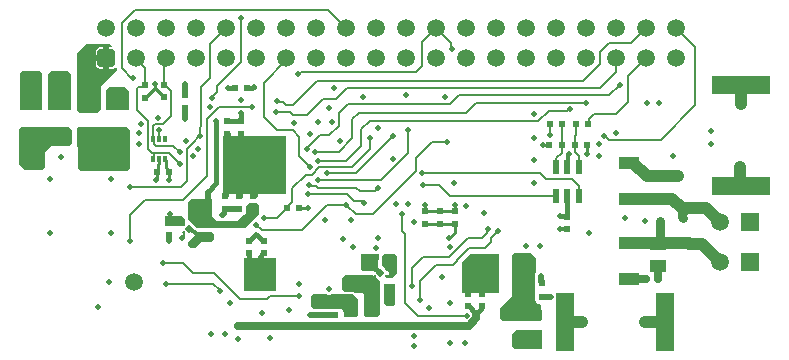
<source format=gbl>
G04*
G04 #@! TF.GenerationSoftware,Altium Limited,Altium Designer,21.2.2 (38)*
G04*
G04 Layer_Physical_Order=4*
G04 Layer_Color=16711680*
%FSLAX44Y44*%
%MOMM*%
G71*
G04*
G04 #@! TF.SameCoordinates,E7746868-0F62-4201-A4F5-850C2E651218*
G04*
G04*
G04 #@! TF.FilePolarity,Positive*
G04*
G01*
G75*
%ADD12C,0.2540*%
%ADD21R,0.6000X0.5000*%
%ADD27R,1.2500X0.9000*%
%ADD28R,0.9000X1.2500*%
%ADD34R,0.5000X0.6000*%
%ADD38R,1.6000X4.9000*%
%ADD39R,4.9000X1.6000*%
%ADD74C,0.8000*%
%ADD76C,0.1847*%
%ADD78C,0.2032*%
%ADD79C,0.5080*%
%ADD80C,0.7620*%
%ADD81C,0.3810*%
%ADD82C,0.3048*%
%ADD84C,1.0160*%
%ADD85C,0.6350*%
%ADD87C,1.5000*%
%ADD88R,1.5000X1.5000*%
G04:AMPARAMS|DCode=89|XSize=1.5mm|YSize=1.5mm|CornerRadius=0.225mm|HoleSize=0mm|Usage=FLASHONLY|Rotation=0.000|XOffset=0mm|YOffset=0mm|HoleType=Round|Shape=RoundedRectangle|*
%AMROUNDEDRECTD89*
21,1,1.5000,1.0500,0,0,0.0*
21,1,1.0500,1.5000,0,0,0.0*
1,1,0.4500,0.5250,-0.5250*
1,1,0.4500,-0.5250,-0.5250*
1,1,0.4500,-0.5250,0.5250*
1,1,0.4500,0.5250,0.5250*
%
%ADD89ROUNDEDRECTD89*%
%ADD90C,0.5000*%
%ADD91R,1.3970X1.0160*%
%ADD92R,0.2400X0.2100*%
%ADD93P,0.6788X4X180.0*%
%ADD94R,0.6000X1.2000*%
%ADD95R,1.6510X1.0160*%
%ADD96R,0.3000X0.4750*%
%ADD97R,1.8000X1.1500*%
G36*
X103000Y224500D02*
X103000Y208000D01*
X84000D01*
Y225000D01*
X87000Y228000D01*
X99500Y228000D01*
X103000Y224500D01*
D02*
G37*
G36*
X54000Y239000D02*
Y208000D01*
X35000D01*
X35000Y239000D01*
X37000Y241000D01*
X52000Y241000D01*
X54000Y239000D01*
D02*
G37*
G36*
X30000D02*
X30000Y208000D01*
X11000D01*
X11000Y239000D01*
X13000Y241000D01*
X28000Y241000D01*
X30000Y239000D01*
D02*
G37*
G36*
X88882Y262618D02*
X88356Y261348D01*
X86690D01*
Y252250D01*
Y243152D01*
X89400D01*
X90872Y243445D01*
X91635Y243955D01*
X92522Y243637D01*
X92930Y243378D01*
X93170Y242170D01*
X79500Y228500D01*
Y209000D01*
X76500Y206000D01*
X61000D01*
X59000Y208001D01*
Y211000D01*
X59000Y256000D01*
X67000Y264000D01*
X87500Y264000D01*
X88882Y262618D01*
D02*
G37*
G36*
X52500Y193500D02*
X55000Y191000D01*
X55000Y180000D01*
X52500Y177500D01*
X37500D01*
X32500Y172500D01*
Y166806D01*
Y165899D01*
Y160285D01*
X30899Y157414D01*
X15086D01*
X10000Y162500D01*
X10000Y191500D01*
X12000Y193500D01*
X52500Y193500D01*
D02*
G37*
G36*
X104500Y191000D02*
Y159000D01*
X102000Y156500D01*
X86500D01*
X63000Y156500D01*
X60500Y159000D01*
Y176000D01*
X59000Y177500D01*
Y192000D01*
X60500Y194000D01*
X101500D01*
X104500Y191000D01*
D02*
G37*
G36*
X236500Y186000D02*
X236500Y136710D01*
X183000Y136710D01*
X183000Y186000D01*
X236500Y186000D01*
D02*
G37*
G36*
X150404Y116194D02*
Y111540D01*
X148538Y109675D01*
X134460Y109675D01*
X133562Y110573D01*
X133562Y118359D01*
X133902Y118500D01*
X148098D01*
X150404Y116194D01*
D02*
G37*
G36*
X174000Y117500D02*
X177500Y114000D01*
X195000D01*
X200250Y119250D01*
X202499D01*
Y126999D01*
X204500Y129000D01*
X211500D01*
X213000Y127500D01*
Y119500D01*
X201500Y108000D01*
X163200D01*
Y108550D01*
X161128D01*
X161004Y108632D01*
X154250Y115387D01*
X154250D01*
X153000Y115933D01*
Y130209D01*
X155538Y132747D01*
X174000D01*
Y117500D01*
D02*
G37*
G36*
X173250Y104796D02*
X173386Y104661D01*
X174995Y103570D01*
Y98770D01*
X172386Y96160D01*
X164386D01*
X159385Y91160D01*
X155386D01*
X153385Y93160D01*
Y96760D01*
X157146Y100520D01*
X161421Y104796D01*
X173250D01*
D02*
G37*
G36*
X313500Y86500D02*
X314500Y85500D01*
X314500Y73701D01*
X312799Y72000D01*
X301500Y72000D01*
X300000Y73500D01*
Y86500D01*
X313500Y86500D01*
D02*
G37*
G36*
X330000Y84500D02*
X330000Y69500D01*
X326000Y65500D01*
X323488D01*
Y65944D01*
X320764D01*
Y67577D01*
X321671Y68484D01*
X323488D01*
Y69788D01*
X323488Y69788D01*
X323650Y70464D01*
X323187Y70928D01*
X317500Y76615D01*
Y77999D01*
X317751D01*
Y84251D01*
X320000Y86500D01*
X328000Y86500D01*
X330000Y84500D01*
D02*
G37*
G36*
X227500Y55150D02*
X222969D01*
X222215Y55000D01*
X200500D01*
Y82500D01*
X227500D01*
Y55150D01*
D02*
G37*
G36*
X416500Y53000D02*
X385000D01*
Y79343D01*
X391657Y86000D01*
X416500D01*
Y53000D01*
D02*
G37*
G36*
X296944Y48000D02*
X296992Y33995D01*
X295502Y32500D01*
X286000Y32500D01*
X285000Y33500D01*
Y37500D01*
X284140Y38360D01*
X283501Y39350D01*
Y39751D01*
X282500Y40000D01*
X282334Y40000D01*
X259500Y40000D01*
X257500Y42000D01*
X257500Y50000D01*
X259500Y52000D01*
X259500D01*
X259500Y52000D01*
X259500Y52000D01*
X271343D01*
X272105Y51685D01*
X273895D01*
X274657Y52000D01*
X292945Y52000D01*
X296944Y48000D01*
D02*
G37*
G36*
X328500Y43500D02*
X327000Y42000D01*
X321500Y42000D01*
X319500Y44000D01*
Y60500D01*
X328500D01*
X328500Y43500D01*
D02*
G37*
G36*
X311777Y66928D02*
X312187Y66654D01*
X316000Y62841D01*
X316000Y35000D01*
X313500Y32500D01*
X304278D01*
X302015Y34761D01*
X302000Y52500D01*
X301000Y53500D01*
X294300D01*
X293990Y53707D01*
X293725Y53884D01*
X292945Y54039D01*
X292945D01*
D01*
X285961D01*
X284000Y56000D01*
X284000Y66000D01*
X286500Y68500D01*
X310205D01*
X311777Y66928D01*
D02*
G37*
G36*
X447500Y82500D02*
Y70489D01*
X447281Y70162D01*
X446851Y68000D01*
Y62250D01*
X447249Y60250D01*
Y57271D01*
X447249Y56001D01*
X447249D01*
Y56001D01*
X447249Y56001D01*
Y50630D01*
X447120Y49981D01*
X447249Y49332D01*
Y44001D01*
X450999D01*
X452500Y42500D01*
Y30000D01*
X452127Y29627D01*
X420124D01*
X417638Y32113D01*
Y40138D01*
X427500Y50000D01*
Y85000D01*
X430000Y87500D01*
X442500D01*
X447500Y82500D01*
D02*
G37*
G36*
X453000Y6117D02*
X430382D01*
X428000Y8500D01*
Y18500D01*
X431000Y21500D01*
X453000D01*
Y6117D01*
D02*
G37*
%LPC*%
G36*
X81610Y261348D02*
X78900D01*
X77427Y261055D01*
X76179Y260221D01*
X75345Y258973D01*
X75052Y257500D01*
Y254790D01*
X81610D01*
Y261348D01*
D02*
G37*
G36*
Y249710D02*
X75052D01*
Y247000D01*
X75345Y245528D01*
X76179Y244279D01*
X77427Y243445D01*
X78900Y243152D01*
X81610D01*
Y249710D01*
D02*
G37*
%LPD*%
D12*
X432758Y57347D02*
Y82009D01*
Y57347D02*
X433096Y57009D01*
X132985Y218766D02*
X133001Y218751D01*
X131805Y219946D02*
X132985Y218766D01*
X131271Y219981D02*
X132485Y218766D01*
X124987Y226764D02*
X131271Y220481D01*
X132485Y218766D02*
X132985D01*
X131271Y219981D02*
Y220481D01*
X125000Y227266D02*
Y230000D01*
X117000Y218500D02*
X117500D01*
X118730Y219730D02*
Y220230D01*
X124980Y226480D01*
X117500Y218500D02*
X118730Y219730D01*
X436175Y59617D02*
X436828Y60271D01*
X433762Y57364D02*
X436015Y59617D01*
X433096Y57364D02*
X433762D01*
X436015Y59617D02*
X436175D01*
X442250Y60271D02*
Y61501D01*
Y50001D02*
Y60271D01*
X436828D02*
X441020D01*
X325727Y75319D02*
X326334Y75927D01*
X320764Y67214D02*
X322308D01*
X327251Y72157D02*
Y75347D01*
X327259Y75355D01*
X322308Y67214D02*
X327251Y72157D01*
X322369Y75319D02*
X325727D01*
X326334Y75927D02*
X326999D01*
X320764Y73714D02*
X322369Y75319D01*
X374417Y99661D02*
X378999Y104243D01*
X127482Y161602D02*
X128770Y162891D01*
Y166390D02*
X129000Y166620D01*
X128770Y162891D02*
Y166390D01*
X134000Y165745D02*
X134230Y165515D01*
Y159520D02*
X137250Y156499D01*
Y155999D02*
Y156499D01*
X134230Y159520D02*
Y165515D01*
X134000Y165745D02*
Y166620D01*
X126000Y149000D02*
X126751Y149751D01*
Y155999D01*
X127482Y156730D01*
Y161602D01*
X137000Y149000D02*
X137125Y149125D01*
Y155874D01*
X137250Y155999D01*
X247249Y125501D02*
X247250Y125500D01*
X255000D01*
X491293Y171555D02*
Y172895D01*
X491466Y173067D02*
Y178468D01*
X490899Y171161D02*
X491293Y171555D01*
Y172895D02*
X491466Y173067D01*
Y178468D02*
X491499Y178501D01*
X453750Y178501D02*
X459000D01*
X378999Y104243D02*
Y111750D01*
X432517Y82250D02*
X432758Y82009D01*
X452749Y50001D02*
X452769Y49981D01*
X452500Y62250D02*
X452749Y62001D01*
X442250Y49501D02*
Y50001D01*
X446750Y34750D02*
Y45000D01*
X442250Y49501D02*
X446750Y45000D01*
X442250Y61501D02*
Y62001D01*
X441020Y60271D02*
X442250Y61501D01*
X401999Y42250D02*
X402499D01*
X390499D02*
X390999D01*
X390499Y42250D02*
X390499Y42250D01*
X366499Y111750D02*
X378999D01*
X353999D02*
X366499D01*
Y122249D02*
X378999D01*
X353999D02*
X366499D01*
X379000Y122250D02*
Y127500D01*
X353999Y122249D02*
Y127499D01*
D21*
X151001Y210251D02*
D03*
Y220750D02*
D03*
X366499Y122249D02*
D03*
Y111750D02*
D03*
X353999Y122249D02*
D03*
Y111750D02*
D03*
X217501Y86751D02*
D03*
Y97250D02*
D03*
X205001Y86751D02*
D03*
Y97250D02*
D03*
X402499Y52749D02*
D03*
Y42250D02*
D03*
X390499Y52749D02*
D03*
Y42250D02*
D03*
X277501Y34251D02*
D03*
Y44750D02*
D03*
X265501Y34251D02*
D03*
Y44750D02*
D03*
X474501Y107251D02*
D03*
Y117750D02*
D03*
X170500Y102000D02*
D03*
Y112500D02*
D03*
X137501Y102251D02*
D03*
Y112750D02*
D03*
X208499Y135249D02*
D03*
Y124750D02*
D03*
X186001Y188251D02*
D03*
Y198750D02*
D03*
X198001Y188251D02*
D03*
Y198750D02*
D03*
X196499Y135249D02*
D03*
Y124750D02*
D03*
X184499Y135249D02*
D03*
Y124750D02*
D03*
X378999Y111750D02*
D03*
Y122249D02*
D03*
X133001Y229250D02*
D03*
Y218751D02*
D03*
X117000Y229000D02*
D03*
Y218500D02*
D03*
D27*
X446750Y34750D02*
D03*
Y16750D02*
D03*
D28*
X310500Y40500D02*
D03*
X292500D02*
D03*
D34*
X452749Y62001D02*
D03*
X442250D02*
D03*
X452749Y50001D02*
D03*
X442250D02*
D03*
X126751Y155999D02*
D03*
X137250D02*
D03*
X322749Y57001D02*
D03*
X312250D02*
D03*
X312251Y83999D02*
D03*
X322750D02*
D03*
X192751Y226499D02*
D03*
X203250D02*
D03*
X481750Y196001D02*
D03*
X492249D02*
D03*
X470250Y195999D02*
D03*
X459751D02*
D03*
X469500Y178500D02*
D03*
X459000D02*
D03*
X480999Y178501D02*
D03*
X491499D02*
D03*
X236750Y125501D02*
D03*
X247249D02*
D03*
D38*
X557500Y28250D02*
D03*
X472500D02*
D03*
D39*
X621750Y144000D02*
D03*
Y229000D02*
D03*
D74*
X160500Y127500D02*
D03*
X426500Y34500D02*
D03*
X291000Y60500D02*
D03*
D76*
X381000Y80500D02*
Y81000D01*
X377500Y77000D02*
X381000Y80500D01*
X363500Y77000D02*
X377500D01*
X350000Y63500D02*
X363500Y77000D01*
X352000Y83500D02*
X374159D01*
X342500Y74000D02*
X352000Y83500D01*
X374159D02*
X390159Y99500D01*
X350000Y47500D02*
Y63500D01*
X342500Y59500D02*
Y74000D01*
X390159Y99500D02*
X402445D01*
X406793Y103848D02*
Y107293D01*
X407000Y107500D01*
X402445Y99500D02*
X406793Y103848D01*
X410040Y96433D02*
Y99540D01*
X416000Y105500D01*
X404607Y91000D02*
X410040Y96433D01*
X391000Y91000D02*
X404607D01*
X381000Y81000D02*
X391000Y91000D01*
X459625Y195874D02*
X459751Y195999D01*
X79823Y247923D02*
X84150Y252250D01*
D78*
X149316Y104466D02*
X149350Y104500D01*
X148238Y100255D02*
X148256D01*
X149500Y101518D02*
Y103942D01*
X148756Y100756D02*
Y100774D01*
X148256Y100255D02*
X148756Y100756D01*
X149500Y103942D02*
X149677Y104120D01*
X148756Y100774D02*
X149500Y101518D01*
X148238Y99452D02*
Y100255D01*
X149350Y104500D02*
X149500D01*
X197000Y48500D02*
X220414D01*
X222969Y51055D01*
X247186D01*
X175500Y70000D02*
X197000Y48500D01*
X157500Y70000D02*
X175500D01*
X162660Y186135D02*
X163187D01*
X157149Y180624D02*
X162660Y186135D01*
X162923Y186398D02*
X163649Y187124D01*
X131237Y78613D02*
X148887D01*
X131561Y78937D02*
X131917D01*
X131237Y78613D02*
X131561Y78937D01*
X148887Y78613D02*
X157500Y70000D01*
X198500Y249113D02*
Y286000D01*
X177682Y223117D02*
Y228295D01*
X198500Y249113D01*
X173593Y219028D02*
X177682Y223117D01*
X173593Y218333D02*
Y219028D01*
X261290Y144139D02*
X262929Y142500D01*
X255917Y144139D02*
X261290D01*
X262929Y142500D02*
X295500D01*
X255349Y144707D02*
X255917Y144139D01*
X314321Y142000D02*
X314500D01*
X295500Y142500D02*
X298500Y139500D01*
X311821D02*
X314321Y142000D01*
X298500Y139500D02*
X311821D01*
X255258Y137247D02*
X287753D01*
X255180Y137169D02*
X255258Y137247D01*
X287753D02*
X294000Y131000D01*
X302000D01*
X270607Y154450D02*
X295247D01*
X326769Y185972D01*
X339474Y190974D02*
X339500Y191000D01*
X316937Y148787D02*
X339474Y171324D01*
Y190974D01*
X263500Y148787D02*
X316937D01*
X209759Y102009D02*
X211000D01*
X133000Y239000D02*
Y250300D01*
X133001Y229250D02*
Y238999D01*
X133000Y250300D02*
X134950Y252250D01*
X133000Y239000D02*
X133001Y238999D01*
X347866Y34134D02*
X389140D01*
X337000Y45000D02*
X347866Y34134D01*
X124000Y183957D02*
Y194512D01*
X129000Y183380D02*
X129018Y183398D01*
X125488Y196000D02*
X132000D01*
X124000Y194512D02*
X125488Y196000D01*
X129018Y190946D02*
X129036Y190964D01*
X129018Y183398D02*
Y190946D01*
X136818Y172000D02*
X146138Y162680D01*
Y162101D02*
Y162680D01*
X254000Y175763D02*
X265272Y187035D01*
X261398Y172900D02*
X280900D01*
X261182Y172685D02*
X261398Y172900D01*
X254000Y175036D02*
Y175763D01*
X263520Y165151D02*
X263618Y165053D01*
X256515Y159990D02*
Y160025D01*
X263618Y165053D02*
X287053D01*
X247500Y169040D02*
X256515Y160025D01*
X292501Y160001D02*
X307500Y175000D01*
X264501Y160001D02*
X292501D01*
X287053Y165053D02*
X299665Y177665D01*
X258000Y153500D02*
X264501Y160001D01*
X216016Y106437D02*
X249937D01*
X211253Y111200D02*
X216016Y106437D01*
X217954Y117105D02*
X228853D01*
X217943Y117093D02*
X217954Y117105D01*
X207999Y124750D02*
X208499D01*
X203558Y120308D02*
X207999Y124750D01*
X203558Y119299D02*
Y120308D01*
X202990Y118731D02*
X203558Y119299D01*
X137501Y112750D02*
X137833Y113083D01*
Y119922D01*
X138166Y120254D01*
X228042Y206315D02*
X239334D01*
X242052Y203596D01*
X163649Y193226D02*
X164665Y194242D01*
X163649Y187124D02*
Y193226D01*
X164665Y194242D02*
Y227665D01*
X152081Y175203D02*
X157149Y180271D01*
X152081Y148081D02*
Y175203D01*
X157149Y180271D02*
Y180624D01*
X140918Y178082D02*
X146500Y172500D01*
Y172373D02*
Y172500D01*
X382500Y220500D02*
X510000D01*
X519000Y229500D01*
X375440Y213440D02*
X382500Y220500D01*
X287500Y226500D02*
X502500D01*
X515950Y239950D01*
X526000Y236900D02*
X541350Y252250D01*
X515500Y204500D02*
X526000Y215000D01*
X278750Y217750D02*
X287500Y226500D01*
X526000Y215000D02*
Y236900D01*
X334500Y105500D02*
X337000Y103000D01*
Y45000D02*
Y103000D01*
X248522Y240000D02*
X346000D01*
X351750Y245750D01*
X242000Y212500D02*
X262500Y233000D01*
X488000D01*
X502500Y247500D01*
X246989Y238467D02*
X248522Y240000D01*
X246244Y238467D02*
X246989D01*
X229203Y215052D02*
X234090D01*
X236642Y212500D01*
X228635Y215620D02*
X229203Y215052D01*
X281000Y206000D02*
X288440Y213440D01*
X375440D01*
X199745Y210873D02*
X200235Y210383D01*
X207325D01*
X179587Y210873D02*
X199745D01*
X249937Y106437D02*
X271353Y127853D01*
X287353D01*
X124551Y172000D02*
X136818D01*
X169250Y152250D02*
Y200536D01*
X179587Y210873D01*
X236642Y212500D02*
X242000D01*
X147000Y143000D02*
X152081Y148081D01*
X242052Y203596D02*
X253596D01*
X132000Y196000D02*
X138924Y202924D01*
X253596Y203596D02*
X267750Y217750D01*
X278750D01*
X334500Y105500D02*
Y120500D01*
X134500Y61000D02*
X174737D01*
X180000Y55737D01*
X138924Y202924D02*
Y223827D01*
X124000Y183380D02*
Y183957D01*
X124551Y171981D02*
X124569Y172000D01*
X124551Y167171D02*
Y171981D01*
X122577Y172000D02*
X124551D01*
X124000Y166620D02*
X124551Y167171D01*
X119577Y175000D02*
Y198865D01*
Y175000D02*
X122577Y172000D01*
X148748Y131748D02*
X169250Y152250D01*
X281000Y195000D02*
Y206000D01*
X265272Y187035D02*
X273035D01*
X281000Y195000D01*
X172000Y235000D02*
Y263900D01*
X164665Y227665D02*
X172000Y235000D01*
Y263900D02*
X185750Y277650D01*
X397000Y214500D02*
X490000D01*
X388500Y206000D02*
X397000Y214500D01*
X298000Y206000D02*
X388500D01*
X502500Y257500D02*
X509500Y264500D01*
X502500Y247500D02*
Y257500D01*
X515950Y239950D02*
Y252250D01*
X192751Y226499D02*
X192775Y226475D01*
X104000Y119000D02*
X116748Y131748D01*
X148748D01*
X124535Y179434D02*
Y183421D01*
Y179434D02*
X125887Y178082D01*
X140918D01*
X124000Y183957D02*
X124535Y183421D01*
X110500Y207942D02*
X119577Y198865D01*
X110500Y207942D02*
Y226689D01*
X553500Y183000D02*
X582500Y212000D01*
X506634Y186313D02*
X509948Y183000D01*
X553500D01*
X484000Y135000D02*
Y143543D01*
X478043Y149500D02*
X484000Y143543D01*
X456500Y149500D02*
X478043D01*
X365999Y144501D02*
X375500Y135000D01*
X465000D01*
X352000Y144501D02*
X365999D01*
X241755Y191245D02*
X247500Y185500D01*
X228255Y191245D02*
X241755D01*
X217617Y201883D02*
X228255Y191245D01*
X217617Y201883D02*
Y231373D01*
X236550Y250305D02*
Y252250D01*
X217617Y231373D02*
X236550Y250305D01*
X359500Y181000D02*
X372500D01*
X346000Y156500D02*
Y167500D01*
X359500Y181000D01*
X309500Y120000D02*
X346000Y156500D01*
X295205Y120000D02*
X309500D01*
X287353Y127853D02*
X295205Y120000D01*
X241500Y130251D02*
Y142000D01*
X253000Y153500D02*
X258000D01*
X241500Y142000D02*
X253000Y153500D01*
X307500Y175000D02*
Y184500D01*
X236750Y126001D02*
X238326Y127577D01*
X238826D01*
X241500Y130251D01*
X236750Y125001D02*
Y126001D01*
X247500Y169040D02*
Y185500D01*
X351750Y245750D02*
Y265850D01*
X280900Y172900D02*
X292500Y184500D01*
Y200500D01*
X298000Y206000D01*
X299665Y191665D02*
X307000Y199000D01*
X458500Y207500D02*
X474255D01*
X307000Y199000D02*
X450000D01*
X458500Y207500D01*
X459625Y187125D02*
Y195874D01*
X104000Y97000D02*
Y119000D01*
X228853Y117105D02*
X236750Y125001D01*
X110500Y226689D02*
X111852Y228041D01*
X116041D01*
X117000Y229000D01*
X133501Y229250D02*
X138924Y223827D01*
X97000Y243500D02*
X106000Y234500D01*
X104000Y143000D02*
X147000D01*
X376106Y259894D02*
Y265094D01*
X363550Y277650D02*
X376106Y265094D01*
Y259894D02*
X376500Y259500D01*
X505889Y186313D02*
X506634D01*
X469500Y186000D02*
X470250Y186750D01*
X469500Y178500D02*
Y186000D01*
X470250Y186750D02*
Y195999D01*
X469500Y178500D02*
X469500Y178500D01*
X480999Y178501D02*
X481000Y178502D01*
Y186500D01*
X481750Y187250D01*
Y196001D01*
X493000Y196751D02*
Y200500D01*
X492249Y196001D02*
X493000Y196751D01*
Y200500D02*
X497000Y204500D01*
X515500D01*
X480840Y172660D02*
Y178342D01*
Y172660D02*
X484000Y169500D01*
X480840Y178342D02*
X480999Y178501D01*
X484000Y160000D02*
Y169500D01*
X469500Y171793D02*
Y176500D01*
X464897Y167189D02*
X469500Y171793D01*
X464897Y160103D02*
Y167189D01*
Y160103D02*
X465000Y160000D01*
X180000Y55136D02*
Y55737D01*
X109550Y251321D02*
X117000Y243871D01*
X109550Y251321D02*
Y252250D01*
X117000Y229000D02*
Y243871D01*
X299665Y177665D02*
Y191665D01*
X205501Y97250D02*
X206985Y98734D01*
X211000Y102500D02*
X211509D01*
X215274Y98734D02*
X216017D01*
X206985D02*
Y99234D01*
X351216Y154999D02*
X451001D01*
X456500Y149500D01*
X566750Y277650D02*
X582500Y261900D01*
Y212000D02*
Y261900D01*
X216017Y98734D02*
X217501Y97250D01*
X205001D02*
X205501D01*
X133001Y229250D02*
X133501D01*
X475755Y209000D02*
X476500D01*
X474255Y207500D02*
X475755Y209000D01*
X97000Y243500D02*
Y281500D01*
X108500Y293000D01*
X272000D02*
X287350Y277650D01*
X108500Y293000D02*
X272000D01*
X351750Y265850D02*
X363550Y277650D01*
X528200Y264500D02*
X541350Y277650D01*
X509500Y264500D02*
X528200D01*
D79*
X150957Y200745D02*
X150979Y200766D01*
Y209279D02*
X151001Y209301D01*
X150979Y200766D02*
Y209279D01*
X151000Y220751D02*
X151001Y220750D01*
X151000Y220751D02*
Y229750D01*
X452769Y49981D02*
X452787Y50000D01*
X137500Y97000D02*
Y102250D01*
X452787Y50000D02*
X460500D01*
X540000Y28000D02*
X540250Y28250D01*
X170500Y112500D02*
X170500Y112500D01*
X170500Y112500D02*
Y139134D01*
X402079Y52749D02*
X402499D01*
X402039Y52789D02*
X402079Y52749D01*
X402039Y52789D02*
Y57461D01*
X400000Y59500D02*
X402039Y57461D01*
X390039Y52789D02*
X390079Y52749D01*
X389500Y59500D02*
X390039Y58961D01*
X390079Y52749D02*
X390499D01*
X390039Y52789D02*
Y58961D01*
X621500Y228750D02*
X621750Y229000D01*
X620500Y145250D02*
X621750Y144000D01*
X452500Y62250D02*
Y68000D01*
X184499Y124750D02*
X196499D01*
X265501Y34251D02*
X277501D01*
X256889Y34500D02*
X257500D01*
X256392Y34997D02*
X256889Y34500D01*
X257500D02*
X257749Y34251D01*
X265501D01*
D80*
X571300Y117607D02*
Y120705D01*
Y117607D02*
X572425Y116483D01*
X552500Y95480D02*
Y114320D01*
X571300Y120705D02*
X575595Y125000D01*
X577500D01*
D81*
X265500Y49481D02*
X265500Y49480D01*
Y44751D02*
X265501Y44750D01*
X265500Y44751D02*
Y49480D01*
X265501Y44750D02*
X277501D01*
X177370Y146004D02*
Y198851D01*
X199000Y141286D02*
Y141500D01*
X397466Y35165D02*
Y35593D01*
X401404Y39532D01*
Y41655D02*
X401999Y42250D01*
X401404Y39532D02*
Y41655D01*
X182111Y119089D02*
Y119411D01*
X183404Y120704D01*
Y124155D02*
X183999Y124750D01*
X183404Y120704D02*
Y124155D01*
X183999Y124750D02*
X184499D01*
X197964Y205428D02*
X198024Y205368D01*
Y198773D02*
Y205368D01*
X390999Y42250D02*
X393784Y39465D01*
Y38847D02*
X397466Y35165D01*
X393784Y38847D02*
Y39465D01*
X170500Y139134D02*
X177370Y146004D01*
X92500Y215000D02*
X93000Y214500D01*
X311264Y73714D02*
X312064D01*
X315313Y70464D01*
X316014D01*
X207634Y226500D02*
X209013Y227878D01*
X203251Y226500D02*
X207634D01*
X203250Y226499D02*
X203251Y226500D01*
X192750D02*
X192751Y226499D01*
X187500Y226500D02*
X192750D01*
X209013Y227878D02*
X209226D01*
X198001Y198750D02*
X198024Y198773D01*
X187500Y183000D02*
Y183214D01*
X187096Y183618D02*
X187500Y183214D01*
X187096Y183618D02*
Y187656D01*
X197869Y188119D02*
X198001Y188251D01*
X197869Y183132D02*
Y188119D01*
X197737Y183000D02*
X197869Y183132D01*
X185594Y139381D02*
X187500Y141286D01*
X184999Y135249D02*
X185594Y135844D01*
Y139381D01*
X187500Y141286D02*
Y141500D01*
X186501Y188251D02*
X187096Y187656D01*
X184499Y135249D02*
X184999D01*
X186001Y188251D02*
X186501D01*
X208499Y135249D02*
X208999D01*
X209594Y135844D01*
X197594D02*
Y139881D01*
X210224Y141286D02*
Y141500D01*
X197594Y139881D02*
X199000Y141286D01*
X209594Y140656D02*
X210224Y141286D01*
X209594Y135844D02*
Y140656D01*
X459000Y178501D02*
X459000Y178500D01*
X474500Y117751D02*
X474501Y117750D01*
X474251Y118000D02*
X474500Y117751D01*
X468000Y118000D02*
X474251D01*
X474500Y117751D02*
Y135000D01*
X474500Y135000D02*
X474500Y135000D01*
X310500Y40500D02*
X310500Y40500D01*
X206985Y99234D02*
X209759Y102009D01*
X211509Y102500D02*
X215274Y98734D01*
X196499Y135249D02*
X196999D01*
X197594Y135844D01*
X186176Y198750D02*
X198001D01*
X282005Y44155D02*
X283170Y42991D01*
X277501Y44750D02*
X278096Y44155D01*
X282005D01*
X290009Y42991D02*
X292500Y40500D01*
X283170Y42991D02*
X290009D01*
X213919Y79919D02*
Y83669D01*
X213500Y79500D02*
X213919Y79919D01*
X217001Y86751D02*
X217501D01*
X213919Y83669D02*
X217001Y86751D01*
X205000Y86750D02*
X205001Y86751D01*
X205000Y81500D02*
Y86750D01*
X203500Y79500D02*
Y80000D01*
X205000Y81500D01*
D82*
X159000Y104500D02*
X159046D01*
X158266D02*
X159000D01*
X163410Y98696D02*
Y100090D01*
X159000Y104500D02*
X163410Y100090D01*
X154250Y107750D02*
X155016D01*
X158266Y104500D01*
X474500Y160000D02*
X475145Y160645D01*
Y170344D02*
X475442Y170641D01*
X475145Y160645D02*
Y170344D01*
X474250Y107000D02*
X474501Y107251D01*
X468000Y107000D02*
X474250D01*
X137500Y102250D02*
X137501Y102251D01*
D84*
X552000Y133000D02*
X563300D01*
X571300Y125000D01*
X575595D01*
X567950Y152050D02*
X568000Y152000D01*
X552000Y152050D02*
X567950D01*
X541605D02*
X552000D01*
X527000Y163480D02*
X530175D01*
X541605Y152050D01*
X527000Y133000D02*
X552000D01*
X526500Y95480D02*
X552500D01*
X472500Y28250D02*
X472750Y28500D01*
X487000D01*
X540250Y28250D02*
X557500D01*
X602550Y78450D02*
X603500Y77500D01*
X588168Y95000D02*
X603600Y79568D01*
X577500Y95000D02*
X588168D01*
X603600Y79500D02*
Y79568D01*
X577500Y125000D02*
X591600D01*
X603600Y113000D01*
X621500Y213000D02*
Y228750D01*
X620500Y145250D02*
Y160000D01*
X552740Y95240D02*
X577260D01*
X577500Y95000D01*
X552500Y95480D02*
X552740Y95240D01*
D85*
X526500Y65000D02*
X540706D01*
X551500Y65000D02*
Y75950D01*
X397360Y31855D02*
Y35165D01*
Y31855D02*
X397466Y31749D01*
X391217Y25500D02*
X397466Y31749D01*
X195500Y25500D02*
X391217D01*
D87*
X603600Y113000D02*
D03*
Y79500D02*
D03*
X414350Y277650D02*
D03*
X439750D02*
D03*
X465150D02*
D03*
X490550D02*
D03*
X566750D02*
D03*
X541350D02*
D03*
X515950D02*
D03*
Y252250D02*
D03*
X541350D02*
D03*
X566750D02*
D03*
X490550D02*
D03*
X465150D02*
D03*
X439750D02*
D03*
X414350D02*
D03*
X211150D02*
D03*
X109550D02*
D03*
X236550D02*
D03*
X134950D02*
D03*
X261950D02*
D03*
X160350D02*
D03*
X287350D02*
D03*
X185750D02*
D03*
X312750D02*
D03*
X388950D02*
D03*
X363550D02*
D03*
X338150D02*
D03*
Y277650D02*
D03*
X363550D02*
D03*
X388950D02*
D03*
X312750D02*
D03*
X185750D02*
D03*
X287350D02*
D03*
X160350D02*
D03*
X261950D02*
D03*
X134950D02*
D03*
X236550D02*
D03*
X109550D02*
D03*
X211150D02*
D03*
X84150D02*
D03*
X107500Y62500D02*
D03*
D88*
X629000Y113000D02*
D03*
Y79500D02*
D03*
D89*
X84150Y252250D02*
D03*
D90*
X572425Y116483D02*
D03*
X540190Y114000D02*
D03*
X552500Y114320D02*
D03*
X551500Y65000D02*
D03*
X540706Y65000D02*
D03*
X210224Y141500D02*
D03*
X199007Y151276D02*
D03*
X232500Y183000D02*
D03*
Y151276D02*
D03*
X187500Y141500D02*
D03*
X157839Y168909D02*
D03*
X221751Y141320D02*
D03*
X210224Y162500D02*
D03*
X221751Y151595D02*
D03*
X199007Y141500D02*
D03*
X210224Y151275D02*
D03*
X187500Y151276D02*
D03*
X232500Y141500D02*
D03*
X210224Y172855D02*
D03*
X187500Y162500D02*
D03*
Y172855D02*
D03*
X263500Y148787D02*
D03*
X221751Y183320D02*
D03*
X199007Y162500D02*
D03*
X207325Y210383D02*
D03*
X161500Y175500D02*
D03*
X221751Y162820D02*
D03*
X232500Y162500D02*
D03*
X199007Y172855D02*
D03*
X221751Y173175D02*
D03*
X210224Y183000D02*
D03*
X232500Y172855D02*
D03*
X187500Y183000D02*
D03*
X199007D02*
D03*
X151850Y182093D02*
D03*
X146500Y172373D02*
D03*
X270607Y154450D02*
D03*
X146138Y162101D02*
D03*
X256517Y187500D02*
D03*
X163187Y186135D02*
D03*
X197964Y205428D02*
D03*
X255180Y137169D02*
D03*
X173593Y218333D02*
D03*
X202990Y118731D02*
D03*
X217943Y117093D02*
D03*
X228042Y206315D02*
D03*
X197997Y216623D02*
D03*
X228635Y215620D02*
D03*
X263520Y165151D02*
D03*
X182111Y119089D02*
D03*
X211253Y111200D02*
D03*
X242888Y197279D02*
D03*
X254000Y175036D02*
D03*
X261182Y172685D02*
D03*
X256515Y159990D02*
D03*
X255349Y144707D02*
D03*
X45898Y168172D02*
D03*
X433096Y57009D02*
D03*
X407000Y107500D02*
D03*
X342500Y59500D02*
D03*
X416000Y105500D02*
D03*
X350000Y47500D02*
D03*
X265500Y49481D02*
D03*
X247186Y51055D02*
D03*
X131917Y78937D02*
D03*
X177370Y198851D02*
D03*
X314500Y142000D02*
D03*
X302000Y129500D02*
D03*
X326769Y185972D02*
D03*
X339500Y191000D02*
D03*
X568000Y152000D02*
D03*
X150957Y200745D02*
D03*
X125000Y230000D02*
D03*
X397360Y35165D02*
D03*
X389140Y34134D02*
D03*
X129036Y190964D02*
D03*
X326999Y75927D02*
D03*
X158374Y96275D02*
D03*
X148238Y99452D02*
D03*
X138166Y120254D02*
D03*
X312331Y91227D02*
D03*
X86500Y62500D02*
D03*
X151000Y229750D02*
D03*
X519000Y229500D02*
D03*
X445999Y184749D02*
D03*
X372500Y181000D02*
D03*
X301500Y219500D02*
D03*
X327000Y167000D02*
D03*
X314060Y192951D02*
D03*
X246244Y238467D02*
D03*
X36500Y104000D02*
D03*
X88000D02*
D03*
X371000Y219237D02*
D03*
X446017Y204420D02*
D03*
X111648Y188352D02*
D03*
X113590Y196701D02*
D03*
X137500Y97000D02*
D03*
X487000Y28500D02*
D03*
X269069Y115074D02*
D03*
X459625Y187125D02*
D03*
X460500Y50000D02*
D03*
X540000Y28000D02*
D03*
X127858Y201490D02*
D03*
X272855Y210044D02*
D03*
X374944Y92016D02*
D03*
X374417Y99661D02*
D03*
X375000Y11000D02*
D03*
X387500D02*
D03*
X357397Y40634D02*
D03*
X275573Y197948D02*
D03*
X209226Y227878D02*
D03*
X187500Y226500D02*
D03*
X263500Y198000D02*
D03*
X126000Y149000D02*
D03*
X137000D02*
D03*
X203500Y58500D02*
D03*
X307500Y184500D02*
D03*
X277000Y227000D02*
D03*
X97000Y224000D02*
D03*
X15500Y229500D02*
D03*
X25500D02*
D03*
X314000Y99500D02*
D03*
X171500Y210500D02*
D03*
X281737Y182043D02*
D03*
X351216Y154999D02*
D03*
X352000Y144501D02*
D03*
X255000Y125500D02*
D03*
X111500Y179000D02*
D03*
X338000Y220585D02*
D03*
X378500Y146000D02*
D03*
X287353Y127853D02*
D03*
X376500Y259500D02*
D03*
X505889Y186313D02*
D03*
X501500Y179000D02*
D03*
X324000Y46000D02*
D03*
X339500Y128500D02*
D03*
X329000D02*
D03*
X334500Y120500D02*
D03*
X344500Y113656D02*
D03*
X490899Y171161D02*
D03*
X453750Y178501D02*
D03*
X475442Y170641D02*
D03*
X468000Y118000D02*
D03*
Y107000D02*
D03*
X293000Y92500D02*
D03*
X284650Y99200D02*
D03*
X238500Y38500D02*
D03*
X49500Y229500D02*
D03*
X39500D02*
D03*
X77000Y41500D02*
D03*
X36500Y150000D02*
D03*
X88000D02*
D03*
X69000Y162000D02*
D03*
X79500D02*
D03*
X90000D02*
D03*
X100000D02*
D03*
X344481Y8390D02*
D03*
X344443Y16686D02*
D03*
X433454Y8893D02*
D03*
X433519Y18481D02*
D03*
X389500Y80500D02*
D03*
X172500Y18500D02*
D03*
X195500Y25500D02*
D03*
X184499Y18501D02*
D03*
X222500Y15000D02*
D03*
X195500Y14500D02*
D03*
X27500Y162500D02*
D03*
X17500D02*
D03*
X27500Y172500D02*
D03*
X17500D02*
D03*
X134500Y61000D02*
D03*
X303000Y82000D02*
D03*
X106500Y235000D02*
D03*
X211000Y102500D02*
D03*
X445999Y146749D02*
D03*
Y165749D02*
D03*
X400000Y80500D02*
D03*
X410500D02*
D03*
X389500Y69500D02*
D03*
X400000Y69500D02*
D03*
X410500D02*
D03*
X389500Y59500D02*
D03*
X400000Y59500D02*
D03*
X410500D02*
D03*
X621500Y213000D02*
D03*
X620500Y160000D02*
D03*
X564000Y169500D02*
D03*
X493180Y104108D02*
D03*
X523500Y117000D02*
D03*
X516000Y189000D02*
D03*
X501500Y169000D02*
D03*
X552292Y213803D02*
D03*
X541855Y213829D02*
D03*
X596000Y179500D02*
D03*
Y190500D02*
D03*
X452500Y68000D02*
D03*
X432517Y82250D02*
D03*
X368000Y67000D02*
D03*
X375108Y44608D02*
D03*
X403993Y120949D02*
D03*
X451451Y92756D02*
D03*
X439501Y92750D02*
D03*
X388262Y127170D02*
D03*
X379000Y127500D02*
D03*
X353999Y127499D02*
D03*
X291502Y115099D02*
D03*
X180000Y55136D02*
D03*
X188608Y44878D02*
D03*
X247500Y61000D02*
D03*
X273000Y56185D02*
D03*
X216119Y36404D02*
D03*
X256392Y34997D02*
D03*
X224000Y58500D02*
D03*
X213500D02*
D03*
X224000Y68500D02*
D03*
X213500D02*
D03*
X203500D02*
D03*
Y79500D02*
D03*
X224000D02*
D03*
X213500D02*
D03*
X88500Y224000D02*
D03*
X104000Y143000D02*
D03*
X104000Y97000D02*
D03*
X476500Y209000D02*
D03*
X198500Y286000D02*
D03*
X490000Y214500D02*
D03*
D91*
X552000Y133000D02*
D03*
Y152050D02*
D03*
X551500Y75950D02*
D03*
Y95000D02*
D03*
D92*
X149500Y111000D02*
D03*
X149500Y104500D02*
D03*
X159000D02*
D03*
Y111000D02*
D03*
X311264Y67214D02*
D03*
Y73714D02*
D03*
X320764D02*
D03*
X320764Y67214D02*
D03*
D93*
X154250Y107750D02*
D03*
X316014Y70464D02*
D03*
D94*
X465000Y160000D02*
D03*
X474500D02*
D03*
X484000D02*
D03*
Y135000D02*
D03*
X474500D02*
D03*
X465000D02*
D03*
D95*
X527000Y163480D02*
D03*
Y133000D02*
D03*
X526500Y95480D02*
D03*
Y65000D02*
D03*
D96*
X124000Y183380D02*
D03*
X129000D02*
D03*
X134000D02*
D03*
Y166620D02*
D03*
X129000D02*
D03*
X124000D02*
D03*
D97*
X20000Y185500D02*
D03*
Y214500D02*
D03*
X93000Y185500D02*
D03*
Y214500D02*
D03*
X68000D02*
D03*
Y185500D02*
D03*
X44000D02*
D03*
Y214500D02*
D03*
M02*

</source>
